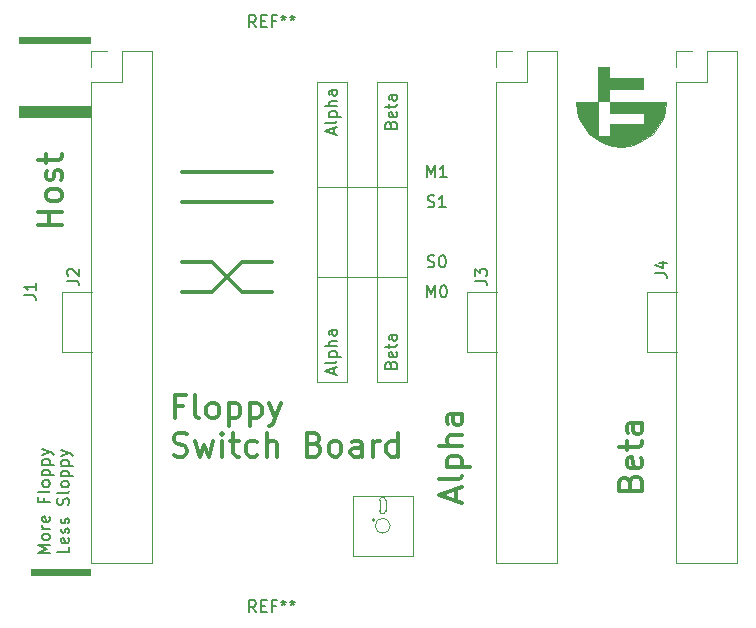
<source format=gbr>
G04 #@! TF.GenerationSoftware,KiCad,Pcbnew,6.0.7-f9a2dced07~116~ubuntu20.04.1*
G04 #@! TF.CreationDate,2022-09-08T22:16:36-07:00*
G04 #@! TF.ProjectId,morefloppy_panel,6d6f7265-666c-46f7-9070-795f70616e65,rev?*
G04 #@! TF.SameCoordinates,Original*
G04 #@! TF.FileFunction,Legend,Top*
G04 #@! TF.FilePolarity,Positive*
%FSLAX46Y46*%
G04 Gerber Fmt 4.6, Leading zero omitted, Abs format (unit mm)*
G04 Created by KiCad (PCBNEW 6.0.7-f9a2dced07~116~ubuntu20.04.1) date 2022-09-08 22:16:36*
%MOMM*%
%LPD*%
G01*
G04 APERTURE LIST*
%ADD10C,0.300000*%
%ADD11C,0.120000*%
%ADD12C,0.010000*%
%ADD13C,0.150000*%
%ADD14C,0.350000*%
%ADD15C,0.100000*%
G04 APERTURE END LIST*
D10*
X138430000Y-110490000D02*
X146050000Y-110490000D01*
X138430000Y-113030000D02*
X146050000Y-113030000D01*
X140970000Y-120650000D02*
X143510000Y-118110000D01*
X140970000Y-118110000D02*
X143510000Y-120650000D01*
X138430000Y-120650000D02*
X140970000Y-120650000D01*
X143510000Y-120650000D02*
X146050000Y-120650000D01*
X143510000Y-118110000D02*
X146050000Y-118110000D01*
X138430000Y-118110000D02*
X140970000Y-118110000D01*
D11*
X152400000Y-128270000D02*
X152400000Y-102870000D01*
X157480000Y-128270000D02*
X157480000Y-102870000D01*
D12*
G36*
X174625000Y-102544300D02*
G01*
X177507100Y-102544300D01*
X177507100Y-103505000D01*
X174625000Y-103505000D01*
X174625000Y-104465700D01*
X173664300Y-104465700D01*
X173664300Y-101583600D01*
X174625000Y-101583600D01*
X174625000Y-102544300D01*
G37*
X174625000Y-102544300D02*
X177507100Y-102544300D01*
X177507100Y-103505000D01*
X174625000Y-103505000D01*
X174625000Y-104465700D01*
X173664300Y-104465700D01*
X173664300Y-101583600D01*
X174625000Y-101583600D01*
X174625000Y-102544300D01*
G36*
X173694786Y-107435500D02*
G01*
X174655486Y-107435500D01*
X174655486Y-106474800D01*
X177537586Y-106474800D01*
X177537586Y-105514100D01*
X174655486Y-105514100D01*
X174655486Y-104553400D01*
X179451016Y-104553400D01*
X179372690Y-105325703D01*
X179149011Y-106044978D01*
X178327202Y-107262873D01*
X177108808Y-108083942D01*
X176389397Y-108307183D01*
X175617046Y-108385040D01*
X174844681Y-108307199D01*
X174125255Y-108083967D01*
X172906832Y-107262905D01*
X172085000Y-106045000D01*
X171861315Y-105325715D01*
X171782986Y-104553400D01*
X173694786Y-104553400D01*
X173694786Y-107435500D01*
G37*
X173694786Y-107435500D02*
X174655486Y-107435500D01*
X174655486Y-106474800D01*
X177537586Y-106474800D01*
X177537586Y-105514100D01*
X174655486Y-105514100D01*
X174655486Y-104553400D01*
X179451016Y-104553400D01*
X179372690Y-105325703D01*
X179149011Y-106044978D01*
X178327202Y-107262873D01*
X177108808Y-108083942D01*
X176389397Y-108307183D01*
X175617046Y-108385040D01*
X174844681Y-108307199D01*
X174125255Y-108083967D01*
X172906832Y-107262905D01*
X172085000Y-106045000D01*
X171861315Y-105325715D01*
X171782986Y-104553400D01*
X173694786Y-104553400D01*
X173694786Y-107435500D01*
D11*
X157988000Y-137922000D02*
X152908000Y-137922000D01*
X155702000Y-139192000D02*
X155702000Y-138303000D01*
X155194000Y-139192000D02*
X155194000Y-138303000D01*
X154940000Y-102870000D02*
X157480000Y-102870000D01*
X155194000Y-139192000D02*
G75*
G03*
X155702000Y-139192000I254000J0D01*
G01*
X149860000Y-111760000D02*
X157480000Y-111760000D01*
X152908000Y-143002000D02*
X157988000Y-143002000D01*
X152908000Y-137922000D02*
X152908000Y-143002000D01*
X149860000Y-128270000D02*
X152400000Y-128270000D01*
X154940000Y-128270000D02*
X157480000Y-128270000D01*
X155702000Y-138303000D02*
G75*
G03*
X155194000Y-138303000I-254000J0D01*
G01*
X157988000Y-143002000D02*
X157988000Y-137922000D01*
X154813000Y-139954000D02*
G75*
G03*
X154813000Y-139954000I-127000J0D01*
G01*
X149860000Y-119380000D02*
X157480000Y-119380000D01*
X149860000Y-102870000D02*
X152400000Y-102870000D01*
X154940000Y-102870000D02*
X154940000Y-128270000D01*
X149860000Y-102870000D02*
X149860000Y-128270000D01*
X156083000Y-140462000D02*
G75*
G03*
X156083000Y-140462000I-635000J0D01*
G01*
D10*
X161623333Y-138334285D02*
X161623333Y-137381904D01*
X162194761Y-138524761D02*
X160194761Y-137858095D01*
X162194761Y-137191428D01*
X162194761Y-136239047D02*
X162099523Y-136429523D01*
X161909047Y-136524761D01*
X160194761Y-136524761D01*
X160861428Y-135477142D02*
X162861428Y-135477142D01*
X160956666Y-135477142D02*
X160861428Y-135286666D01*
X160861428Y-134905714D01*
X160956666Y-134715238D01*
X161051904Y-134620000D01*
X161242380Y-134524761D01*
X161813809Y-134524761D01*
X162004285Y-134620000D01*
X162099523Y-134715238D01*
X162194761Y-134905714D01*
X162194761Y-135286666D01*
X162099523Y-135477142D01*
X162194761Y-133667619D02*
X160194761Y-133667619D01*
X162194761Y-132810476D02*
X161147142Y-132810476D01*
X160956666Y-132905714D01*
X160861428Y-133096190D01*
X160861428Y-133381904D01*
X160956666Y-133572380D01*
X161051904Y-133667619D01*
X162194761Y-131000952D02*
X161147142Y-131000952D01*
X160956666Y-131096190D01*
X160861428Y-131286666D01*
X160861428Y-131667619D01*
X160956666Y-131858095D01*
X162099523Y-131000952D02*
X162194761Y-131191428D01*
X162194761Y-131667619D01*
X162099523Y-131858095D01*
X161909047Y-131953333D01*
X161718571Y-131953333D01*
X161528095Y-131858095D01*
X161432857Y-131667619D01*
X161432857Y-131191428D01*
X161337619Y-131000952D01*
D13*
X156138571Y-126825238D02*
X156186190Y-126682380D01*
X156233809Y-126634761D01*
X156329047Y-126587142D01*
X156471904Y-126587142D01*
X156567142Y-126634761D01*
X156614761Y-126682380D01*
X156662380Y-126777619D01*
X156662380Y-127158571D01*
X155662380Y-127158571D01*
X155662380Y-126825238D01*
X155710000Y-126730000D01*
X155757619Y-126682380D01*
X155852857Y-126634761D01*
X155948095Y-126634761D01*
X156043333Y-126682380D01*
X156090952Y-126730000D01*
X156138571Y-126825238D01*
X156138571Y-127158571D01*
X156614761Y-125777619D02*
X156662380Y-125872857D01*
X156662380Y-126063333D01*
X156614761Y-126158571D01*
X156519523Y-126206190D01*
X156138571Y-126206190D01*
X156043333Y-126158571D01*
X155995714Y-126063333D01*
X155995714Y-125872857D01*
X156043333Y-125777619D01*
X156138571Y-125730000D01*
X156233809Y-125730000D01*
X156329047Y-126206190D01*
X155995714Y-125444285D02*
X155995714Y-125063333D01*
X155662380Y-125301428D02*
X156519523Y-125301428D01*
X156614761Y-125253809D01*
X156662380Y-125158571D01*
X156662380Y-125063333D01*
X156662380Y-124301428D02*
X156138571Y-124301428D01*
X156043333Y-124349047D01*
X155995714Y-124444285D01*
X155995714Y-124634761D01*
X156043333Y-124730000D01*
X156614761Y-124301428D02*
X156662380Y-124396666D01*
X156662380Y-124634761D01*
X156614761Y-124730000D01*
X156519523Y-124777619D01*
X156424285Y-124777619D01*
X156329047Y-124730000D01*
X156281428Y-124634761D01*
X156281428Y-124396666D01*
X156233809Y-124301428D01*
X151296666Y-127587142D02*
X151296666Y-127110952D01*
X151582380Y-127682380D02*
X150582380Y-127349047D01*
X151582380Y-127015714D01*
X151582380Y-126539523D02*
X151534761Y-126634761D01*
X151439523Y-126682380D01*
X150582380Y-126682380D01*
X150915714Y-126158571D02*
X151915714Y-126158571D01*
X150963333Y-126158571D02*
X150915714Y-126063333D01*
X150915714Y-125872857D01*
X150963333Y-125777619D01*
X151010952Y-125730000D01*
X151106190Y-125682380D01*
X151391904Y-125682380D01*
X151487142Y-125730000D01*
X151534761Y-125777619D01*
X151582380Y-125872857D01*
X151582380Y-126063333D01*
X151534761Y-126158571D01*
X151582380Y-125253809D02*
X150582380Y-125253809D01*
X151582380Y-124825238D02*
X151058571Y-124825238D01*
X150963333Y-124872857D01*
X150915714Y-124968095D01*
X150915714Y-125110952D01*
X150963333Y-125206190D01*
X151010952Y-125253809D01*
X151582380Y-123920476D02*
X151058571Y-123920476D01*
X150963333Y-123968095D01*
X150915714Y-124063333D01*
X150915714Y-124253809D01*
X150963333Y-124349047D01*
X151534761Y-123920476D02*
X151582380Y-124015714D01*
X151582380Y-124253809D01*
X151534761Y-124349047D01*
X151439523Y-124396666D01*
X151344285Y-124396666D01*
X151249047Y-124349047D01*
X151201428Y-124253809D01*
X151201428Y-124015714D01*
X151153809Y-123920476D01*
X151296666Y-107267142D02*
X151296666Y-106790952D01*
X151582380Y-107362380D02*
X150582380Y-107029047D01*
X151582380Y-106695714D01*
X151582380Y-106219523D02*
X151534761Y-106314761D01*
X151439523Y-106362380D01*
X150582380Y-106362380D01*
X150915714Y-105838571D02*
X151915714Y-105838571D01*
X150963333Y-105838571D02*
X150915714Y-105743333D01*
X150915714Y-105552857D01*
X150963333Y-105457619D01*
X151010952Y-105410000D01*
X151106190Y-105362380D01*
X151391904Y-105362380D01*
X151487142Y-105410000D01*
X151534761Y-105457619D01*
X151582380Y-105552857D01*
X151582380Y-105743333D01*
X151534761Y-105838571D01*
X151582380Y-104933809D02*
X150582380Y-104933809D01*
X151582380Y-104505238D02*
X151058571Y-104505238D01*
X150963333Y-104552857D01*
X150915714Y-104648095D01*
X150915714Y-104790952D01*
X150963333Y-104886190D01*
X151010952Y-104933809D01*
X151582380Y-103600476D02*
X151058571Y-103600476D01*
X150963333Y-103648095D01*
X150915714Y-103743333D01*
X150915714Y-103933809D01*
X150963333Y-104029047D01*
X151534761Y-103600476D02*
X151582380Y-103695714D01*
X151582380Y-103933809D01*
X151534761Y-104029047D01*
X151439523Y-104076666D01*
X151344285Y-104076666D01*
X151249047Y-104029047D01*
X151201428Y-103933809D01*
X151201428Y-103695714D01*
X151153809Y-103600476D01*
D10*
X128285761Y-114998142D02*
X126285761Y-114998142D01*
X127238142Y-114998142D02*
X127238142Y-113855285D01*
X128285761Y-113855285D02*
X126285761Y-113855285D01*
X128285761Y-112617190D02*
X128190523Y-112807666D01*
X128095285Y-112902904D01*
X127904809Y-112998142D01*
X127333380Y-112998142D01*
X127142904Y-112902904D01*
X127047666Y-112807666D01*
X126952428Y-112617190D01*
X126952428Y-112331476D01*
X127047666Y-112141000D01*
X127142904Y-112045761D01*
X127333380Y-111950523D01*
X127904809Y-111950523D01*
X128095285Y-112045761D01*
X128190523Y-112141000D01*
X128285761Y-112331476D01*
X128285761Y-112617190D01*
X128190523Y-111188619D02*
X128285761Y-110998142D01*
X128285761Y-110617190D01*
X128190523Y-110426714D01*
X128000047Y-110331476D01*
X127904809Y-110331476D01*
X127714333Y-110426714D01*
X127619095Y-110617190D01*
X127619095Y-110902904D01*
X127523857Y-111093380D01*
X127333380Y-111188619D01*
X127238142Y-111188619D01*
X127047666Y-111093380D01*
X126952428Y-110902904D01*
X126952428Y-110617190D01*
X127047666Y-110426714D01*
X126952428Y-109760047D02*
X126952428Y-108998142D01*
X126285761Y-109474333D02*
X128000047Y-109474333D01*
X128190523Y-109379095D01*
X128285761Y-109188619D01*
X128285761Y-108998142D01*
X176387142Y-136810476D02*
X176482380Y-136524761D01*
X176577619Y-136429523D01*
X176768095Y-136334285D01*
X177053809Y-136334285D01*
X177244285Y-136429523D01*
X177339523Y-136524761D01*
X177434761Y-136715238D01*
X177434761Y-137477142D01*
X175434761Y-137477142D01*
X175434761Y-136810476D01*
X175530000Y-136620000D01*
X175625238Y-136524761D01*
X175815714Y-136429523D01*
X176006190Y-136429523D01*
X176196666Y-136524761D01*
X176291904Y-136620000D01*
X176387142Y-136810476D01*
X176387142Y-137477142D01*
X177339523Y-134715238D02*
X177434761Y-134905714D01*
X177434761Y-135286666D01*
X177339523Y-135477142D01*
X177149047Y-135572380D01*
X176387142Y-135572380D01*
X176196666Y-135477142D01*
X176101428Y-135286666D01*
X176101428Y-134905714D01*
X176196666Y-134715238D01*
X176387142Y-134620000D01*
X176577619Y-134620000D01*
X176768095Y-135572380D01*
X176101428Y-134048571D02*
X176101428Y-133286666D01*
X175434761Y-133762857D02*
X177149047Y-133762857D01*
X177339523Y-133667619D01*
X177434761Y-133477142D01*
X177434761Y-133286666D01*
X177434761Y-131762857D02*
X176387142Y-131762857D01*
X176196666Y-131858095D01*
X176101428Y-132048571D01*
X176101428Y-132429523D01*
X176196666Y-132620000D01*
X177339523Y-131762857D02*
X177434761Y-131953333D01*
X177434761Y-132429523D01*
X177339523Y-132620000D01*
X177149047Y-132715238D01*
X176958571Y-132715238D01*
X176768095Y-132620000D01*
X176672857Y-132429523D01*
X176672857Y-131953333D01*
X176577619Y-131762857D01*
D14*
X138530357Y-130327142D02*
X137863690Y-130327142D01*
X137863690Y-131374761D02*
X137863690Y-129374761D01*
X138816071Y-129374761D01*
X139863690Y-131374761D02*
X139673214Y-131279523D01*
X139577976Y-131089047D01*
X139577976Y-129374761D01*
X140911309Y-131374761D02*
X140720833Y-131279523D01*
X140625595Y-131184285D01*
X140530357Y-130993809D01*
X140530357Y-130422380D01*
X140625595Y-130231904D01*
X140720833Y-130136666D01*
X140911309Y-130041428D01*
X141197023Y-130041428D01*
X141387500Y-130136666D01*
X141482738Y-130231904D01*
X141577976Y-130422380D01*
X141577976Y-130993809D01*
X141482738Y-131184285D01*
X141387500Y-131279523D01*
X141197023Y-131374761D01*
X140911309Y-131374761D01*
X142435119Y-130041428D02*
X142435119Y-132041428D01*
X142435119Y-130136666D02*
X142625595Y-130041428D01*
X143006547Y-130041428D01*
X143197023Y-130136666D01*
X143292261Y-130231904D01*
X143387500Y-130422380D01*
X143387500Y-130993809D01*
X143292261Y-131184285D01*
X143197023Y-131279523D01*
X143006547Y-131374761D01*
X142625595Y-131374761D01*
X142435119Y-131279523D01*
X144244642Y-130041428D02*
X144244642Y-132041428D01*
X144244642Y-130136666D02*
X144435119Y-130041428D01*
X144816071Y-130041428D01*
X145006547Y-130136666D01*
X145101785Y-130231904D01*
X145197023Y-130422380D01*
X145197023Y-130993809D01*
X145101785Y-131184285D01*
X145006547Y-131279523D01*
X144816071Y-131374761D01*
X144435119Y-131374761D01*
X144244642Y-131279523D01*
X145863690Y-130041428D02*
X146339880Y-131374761D01*
X146816071Y-130041428D02*
X146339880Y-131374761D01*
X146149404Y-131850952D01*
X146054166Y-131946190D01*
X145863690Y-132041428D01*
X137768452Y-134499523D02*
X138054166Y-134594761D01*
X138530357Y-134594761D01*
X138720833Y-134499523D01*
X138816071Y-134404285D01*
X138911309Y-134213809D01*
X138911309Y-134023333D01*
X138816071Y-133832857D01*
X138720833Y-133737619D01*
X138530357Y-133642380D01*
X138149404Y-133547142D01*
X137958928Y-133451904D01*
X137863690Y-133356666D01*
X137768452Y-133166190D01*
X137768452Y-132975714D01*
X137863690Y-132785238D01*
X137958928Y-132690000D01*
X138149404Y-132594761D01*
X138625595Y-132594761D01*
X138911309Y-132690000D01*
X139577976Y-133261428D02*
X139958928Y-134594761D01*
X140339880Y-133642380D01*
X140720833Y-134594761D01*
X141101785Y-133261428D01*
X141863690Y-134594761D02*
X141863690Y-133261428D01*
X141863690Y-132594761D02*
X141768452Y-132690000D01*
X141863690Y-132785238D01*
X141958928Y-132690000D01*
X141863690Y-132594761D01*
X141863690Y-132785238D01*
X142530357Y-133261428D02*
X143292261Y-133261428D01*
X142816071Y-132594761D02*
X142816071Y-134309047D01*
X142911309Y-134499523D01*
X143101785Y-134594761D01*
X143292261Y-134594761D01*
X144816071Y-134499523D02*
X144625595Y-134594761D01*
X144244642Y-134594761D01*
X144054166Y-134499523D01*
X143958928Y-134404285D01*
X143863690Y-134213809D01*
X143863690Y-133642380D01*
X143958928Y-133451904D01*
X144054166Y-133356666D01*
X144244642Y-133261428D01*
X144625595Y-133261428D01*
X144816071Y-133356666D01*
X145673214Y-134594761D02*
X145673214Y-132594761D01*
X146530357Y-134594761D02*
X146530357Y-133547142D01*
X146435119Y-133356666D01*
X146244642Y-133261428D01*
X145958928Y-133261428D01*
X145768452Y-133356666D01*
X145673214Y-133451904D01*
X149673214Y-133547142D02*
X149958928Y-133642380D01*
X150054166Y-133737619D01*
X150149404Y-133928095D01*
X150149404Y-134213809D01*
X150054166Y-134404285D01*
X149958928Y-134499523D01*
X149768452Y-134594761D01*
X149006547Y-134594761D01*
X149006547Y-132594761D01*
X149673214Y-132594761D01*
X149863690Y-132690000D01*
X149958928Y-132785238D01*
X150054166Y-132975714D01*
X150054166Y-133166190D01*
X149958928Y-133356666D01*
X149863690Y-133451904D01*
X149673214Y-133547142D01*
X149006547Y-133547142D01*
X151292261Y-134594761D02*
X151101785Y-134499523D01*
X151006547Y-134404285D01*
X150911309Y-134213809D01*
X150911309Y-133642380D01*
X151006547Y-133451904D01*
X151101785Y-133356666D01*
X151292261Y-133261428D01*
X151577976Y-133261428D01*
X151768452Y-133356666D01*
X151863690Y-133451904D01*
X151958928Y-133642380D01*
X151958928Y-134213809D01*
X151863690Y-134404285D01*
X151768452Y-134499523D01*
X151577976Y-134594761D01*
X151292261Y-134594761D01*
X153673214Y-134594761D02*
X153673214Y-133547142D01*
X153577976Y-133356666D01*
X153387500Y-133261428D01*
X153006547Y-133261428D01*
X152816071Y-133356666D01*
X153673214Y-134499523D02*
X153482738Y-134594761D01*
X153006547Y-134594761D01*
X152816071Y-134499523D01*
X152720833Y-134309047D01*
X152720833Y-134118571D01*
X152816071Y-133928095D01*
X153006547Y-133832857D01*
X153482738Y-133832857D01*
X153673214Y-133737619D01*
X154625595Y-134594761D02*
X154625595Y-133261428D01*
X154625595Y-133642380D02*
X154720833Y-133451904D01*
X154816071Y-133356666D01*
X155006547Y-133261428D01*
X155197023Y-133261428D01*
X156720833Y-134594761D02*
X156720833Y-132594761D01*
X156720833Y-134499523D02*
X156530357Y-134594761D01*
X156149404Y-134594761D01*
X155958928Y-134499523D01*
X155863690Y-134404285D01*
X155768452Y-134213809D01*
X155768452Y-133642380D01*
X155863690Y-133451904D01*
X155958928Y-133356666D01*
X156149404Y-133261428D01*
X156530357Y-133261428D01*
X156720833Y-133356666D01*
D13*
X127282380Y-142763333D02*
X126282380Y-142763333D01*
X126996666Y-142430000D01*
X126282380Y-142096666D01*
X127282380Y-142096666D01*
X127282380Y-141477619D02*
X127234761Y-141572857D01*
X127187142Y-141620476D01*
X127091904Y-141668095D01*
X126806190Y-141668095D01*
X126710952Y-141620476D01*
X126663333Y-141572857D01*
X126615714Y-141477619D01*
X126615714Y-141334761D01*
X126663333Y-141239523D01*
X126710952Y-141191904D01*
X126806190Y-141144285D01*
X127091904Y-141144285D01*
X127187142Y-141191904D01*
X127234761Y-141239523D01*
X127282380Y-141334761D01*
X127282380Y-141477619D01*
X127282380Y-140715714D02*
X126615714Y-140715714D01*
X126806190Y-140715714D02*
X126710952Y-140668095D01*
X126663333Y-140620476D01*
X126615714Y-140525238D01*
X126615714Y-140430000D01*
X127234761Y-139715714D02*
X127282380Y-139810952D01*
X127282380Y-140001428D01*
X127234761Y-140096666D01*
X127139523Y-140144285D01*
X126758571Y-140144285D01*
X126663333Y-140096666D01*
X126615714Y-140001428D01*
X126615714Y-139810952D01*
X126663333Y-139715714D01*
X126758571Y-139668095D01*
X126853809Y-139668095D01*
X126949047Y-140144285D01*
X126758571Y-138144285D02*
X126758571Y-138477619D01*
X127282380Y-138477619D02*
X126282380Y-138477619D01*
X126282380Y-138001428D01*
X127282380Y-137477619D02*
X127234761Y-137572857D01*
X127139523Y-137620476D01*
X126282380Y-137620476D01*
X127282380Y-136953809D02*
X127234761Y-137049047D01*
X127187142Y-137096666D01*
X127091904Y-137144285D01*
X126806190Y-137144285D01*
X126710952Y-137096666D01*
X126663333Y-137049047D01*
X126615714Y-136953809D01*
X126615714Y-136810952D01*
X126663333Y-136715714D01*
X126710952Y-136668095D01*
X126806190Y-136620476D01*
X127091904Y-136620476D01*
X127187142Y-136668095D01*
X127234761Y-136715714D01*
X127282380Y-136810952D01*
X127282380Y-136953809D01*
X126615714Y-136191904D02*
X127615714Y-136191904D01*
X126663333Y-136191904D02*
X126615714Y-136096666D01*
X126615714Y-135906190D01*
X126663333Y-135810952D01*
X126710952Y-135763333D01*
X126806190Y-135715714D01*
X127091904Y-135715714D01*
X127187142Y-135763333D01*
X127234761Y-135810952D01*
X127282380Y-135906190D01*
X127282380Y-136096666D01*
X127234761Y-136191904D01*
X126615714Y-135287142D02*
X127615714Y-135287142D01*
X126663333Y-135287142D02*
X126615714Y-135191904D01*
X126615714Y-135001428D01*
X126663333Y-134906190D01*
X126710952Y-134858571D01*
X126806190Y-134810952D01*
X127091904Y-134810952D01*
X127187142Y-134858571D01*
X127234761Y-134906190D01*
X127282380Y-135001428D01*
X127282380Y-135191904D01*
X127234761Y-135287142D01*
X126615714Y-134477619D02*
X127282380Y-134239523D01*
X126615714Y-134001428D02*
X127282380Y-134239523D01*
X127520476Y-134334761D01*
X127568095Y-134382380D01*
X127615714Y-134477619D01*
X128892380Y-142215714D02*
X128892380Y-142691904D01*
X127892380Y-142691904D01*
X128844761Y-141501428D02*
X128892380Y-141596666D01*
X128892380Y-141787142D01*
X128844761Y-141882380D01*
X128749523Y-141930000D01*
X128368571Y-141930000D01*
X128273333Y-141882380D01*
X128225714Y-141787142D01*
X128225714Y-141596666D01*
X128273333Y-141501428D01*
X128368571Y-141453809D01*
X128463809Y-141453809D01*
X128559047Y-141930000D01*
X128844761Y-141072857D02*
X128892380Y-140977619D01*
X128892380Y-140787142D01*
X128844761Y-140691904D01*
X128749523Y-140644285D01*
X128701904Y-140644285D01*
X128606666Y-140691904D01*
X128559047Y-140787142D01*
X128559047Y-140930000D01*
X128511428Y-141025238D01*
X128416190Y-141072857D01*
X128368571Y-141072857D01*
X128273333Y-141025238D01*
X128225714Y-140930000D01*
X128225714Y-140787142D01*
X128273333Y-140691904D01*
X128844761Y-140263333D02*
X128892380Y-140168095D01*
X128892380Y-139977619D01*
X128844761Y-139882380D01*
X128749523Y-139834761D01*
X128701904Y-139834761D01*
X128606666Y-139882380D01*
X128559047Y-139977619D01*
X128559047Y-140120476D01*
X128511428Y-140215714D01*
X128416190Y-140263333D01*
X128368571Y-140263333D01*
X128273333Y-140215714D01*
X128225714Y-140120476D01*
X128225714Y-139977619D01*
X128273333Y-139882380D01*
X128844761Y-138691904D02*
X128892380Y-138549047D01*
X128892380Y-138310952D01*
X128844761Y-138215714D01*
X128797142Y-138168095D01*
X128701904Y-138120476D01*
X128606666Y-138120476D01*
X128511428Y-138168095D01*
X128463809Y-138215714D01*
X128416190Y-138310952D01*
X128368571Y-138501428D01*
X128320952Y-138596666D01*
X128273333Y-138644285D01*
X128178095Y-138691904D01*
X128082857Y-138691904D01*
X127987619Y-138644285D01*
X127940000Y-138596666D01*
X127892380Y-138501428D01*
X127892380Y-138263333D01*
X127940000Y-138120476D01*
X128892380Y-137549047D02*
X128844761Y-137644285D01*
X128749523Y-137691904D01*
X127892380Y-137691904D01*
X128892380Y-137025238D02*
X128844761Y-137120476D01*
X128797142Y-137168095D01*
X128701904Y-137215714D01*
X128416190Y-137215714D01*
X128320952Y-137168095D01*
X128273333Y-137120476D01*
X128225714Y-137025238D01*
X128225714Y-136882380D01*
X128273333Y-136787142D01*
X128320952Y-136739523D01*
X128416190Y-136691904D01*
X128701904Y-136691904D01*
X128797142Y-136739523D01*
X128844761Y-136787142D01*
X128892380Y-136882380D01*
X128892380Y-137025238D01*
X128225714Y-136263333D02*
X129225714Y-136263333D01*
X128273333Y-136263333D02*
X128225714Y-136168095D01*
X128225714Y-135977619D01*
X128273333Y-135882380D01*
X128320952Y-135834761D01*
X128416190Y-135787142D01*
X128701904Y-135787142D01*
X128797142Y-135834761D01*
X128844761Y-135882380D01*
X128892380Y-135977619D01*
X128892380Y-136168095D01*
X128844761Y-136263333D01*
X128225714Y-135358571D02*
X129225714Y-135358571D01*
X128273333Y-135358571D02*
X128225714Y-135263333D01*
X128225714Y-135072857D01*
X128273333Y-134977619D01*
X128320952Y-134930000D01*
X128416190Y-134882380D01*
X128701904Y-134882380D01*
X128797142Y-134930000D01*
X128844761Y-134977619D01*
X128892380Y-135072857D01*
X128892380Y-135263333D01*
X128844761Y-135358571D01*
X128225714Y-134549047D02*
X128892380Y-134310952D01*
X128225714Y-134072857D02*
X128892380Y-134310952D01*
X129130476Y-134406190D01*
X129178095Y-134453809D01*
X129225714Y-134549047D01*
X156138571Y-106505238D02*
X156186190Y-106362380D01*
X156233809Y-106314761D01*
X156329047Y-106267142D01*
X156471904Y-106267142D01*
X156567142Y-106314761D01*
X156614761Y-106362380D01*
X156662380Y-106457619D01*
X156662380Y-106838571D01*
X155662380Y-106838571D01*
X155662380Y-106505238D01*
X155710000Y-106410000D01*
X155757619Y-106362380D01*
X155852857Y-106314761D01*
X155948095Y-106314761D01*
X156043333Y-106362380D01*
X156090952Y-106410000D01*
X156138571Y-106505238D01*
X156138571Y-106838571D01*
X156614761Y-105457619D02*
X156662380Y-105552857D01*
X156662380Y-105743333D01*
X156614761Y-105838571D01*
X156519523Y-105886190D01*
X156138571Y-105886190D01*
X156043333Y-105838571D01*
X155995714Y-105743333D01*
X155995714Y-105552857D01*
X156043333Y-105457619D01*
X156138571Y-105410000D01*
X156233809Y-105410000D01*
X156329047Y-105886190D01*
X155995714Y-105124285D02*
X155995714Y-104743333D01*
X155662380Y-104981428D02*
X156519523Y-104981428D01*
X156614761Y-104933809D01*
X156662380Y-104838571D01*
X156662380Y-104743333D01*
X156662380Y-103981428D02*
X156138571Y-103981428D01*
X156043333Y-104029047D01*
X155995714Y-104124285D01*
X155995714Y-104314761D01*
X156043333Y-104410000D01*
X156614761Y-103981428D02*
X156662380Y-104076666D01*
X156662380Y-104314761D01*
X156614761Y-104410000D01*
X156519523Y-104457619D01*
X156424285Y-104457619D01*
X156329047Y-104410000D01*
X156281428Y-104314761D01*
X156281428Y-104076666D01*
X156233809Y-103981428D01*
X159210476Y-121102380D02*
X159210476Y-120102380D01*
X159543809Y-120816666D01*
X159877142Y-120102380D01*
X159877142Y-121102380D01*
X160543809Y-120102380D02*
X160639047Y-120102380D01*
X160734285Y-120150000D01*
X160781904Y-120197619D01*
X160829523Y-120292857D01*
X160877142Y-120483333D01*
X160877142Y-120721428D01*
X160829523Y-120911904D01*
X160781904Y-121007142D01*
X160734285Y-121054761D01*
X160639047Y-121102380D01*
X160543809Y-121102380D01*
X160448571Y-121054761D01*
X160400952Y-121007142D01*
X160353333Y-120911904D01*
X160305714Y-120721428D01*
X160305714Y-120483333D01*
X160353333Y-120292857D01*
X160400952Y-120197619D01*
X160448571Y-120150000D01*
X160543809Y-120102380D01*
X159258095Y-118514761D02*
X159400952Y-118562380D01*
X159639047Y-118562380D01*
X159734285Y-118514761D01*
X159781904Y-118467142D01*
X159829523Y-118371904D01*
X159829523Y-118276666D01*
X159781904Y-118181428D01*
X159734285Y-118133809D01*
X159639047Y-118086190D01*
X159448571Y-118038571D01*
X159353333Y-117990952D01*
X159305714Y-117943333D01*
X159258095Y-117848095D01*
X159258095Y-117752857D01*
X159305714Y-117657619D01*
X159353333Y-117610000D01*
X159448571Y-117562380D01*
X159686666Y-117562380D01*
X159829523Y-117610000D01*
X160448571Y-117562380D02*
X160543809Y-117562380D01*
X160639047Y-117610000D01*
X160686666Y-117657619D01*
X160734285Y-117752857D01*
X160781904Y-117943333D01*
X160781904Y-118181428D01*
X160734285Y-118371904D01*
X160686666Y-118467142D01*
X160639047Y-118514761D01*
X160543809Y-118562380D01*
X160448571Y-118562380D01*
X160353333Y-118514761D01*
X160305714Y-118467142D01*
X160258095Y-118371904D01*
X160210476Y-118181428D01*
X160210476Y-117943333D01*
X160258095Y-117752857D01*
X160305714Y-117657619D01*
X160353333Y-117610000D01*
X160448571Y-117562380D01*
X159258095Y-113434761D02*
X159400952Y-113482380D01*
X159639047Y-113482380D01*
X159734285Y-113434761D01*
X159781904Y-113387142D01*
X159829523Y-113291904D01*
X159829523Y-113196666D01*
X159781904Y-113101428D01*
X159734285Y-113053809D01*
X159639047Y-113006190D01*
X159448571Y-112958571D01*
X159353333Y-112910952D01*
X159305714Y-112863333D01*
X159258095Y-112768095D01*
X159258095Y-112672857D01*
X159305714Y-112577619D01*
X159353333Y-112530000D01*
X159448571Y-112482380D01*
X159686666Y-112482380D01*
X159829523Y-112530000D01*
X160781904Y-113482380D02*
X160210476Y-113482380D01*
X160496190Y-113482380D02*
X160496190Y-112482380D01*
X160400952Y-112625238D01*
X160305714Y-112720476D01*
X160210476Y-112768095D01*
X159210476Y-110942380D02*
X159210476Y-109942380D01*
X159543809Y-110656666D01*
X159877142Y-109942380D01*
X159877142Y-110942380D01*
X160877142Y-110942380D02*
X160305714Y-110942380D01*
X160591428Y-110942380D02*
X160591428Y-109942380D01*
X160496190Y-110085238D01*
X160400952Y-110180476D01*
X160305714Y-110228095D01*
X125102380Y-120933333D02*
X125816666Y-120933333D01*
X125959523Y-120980952D01*
X126054761Y-121076190D01*
X126102380Y-121219047D01*
X126102380Y-121314285D01*
X126102380Y-119933333D02*
X126102380Y-120504761D01*
X126102380Y-120219047D02*
X125102380Y-120219047D01*
X125245238Y-120314285D01*
X125340476Y-120409523D01*
X125388095Y-120504761D01*
X128738380Y-119713333D02*
X129452666Y-119713333D01*
X129595523Y-119760952D01*
X129690761Y-119856190D01*
X129738380Y-119999047D01*
X129738380Y-120094285D01*
X128833619Y-119284761D02*
X128786000Y-119237142D01*
X128738380Y-119141904D01*
X128738380Y-118903809D01*
X128786000Y-118808571D01*
X128833619Y-118760952D01*
X128928857Y-118713333D01*
X129024095Y-118713333D01*
X129166952Y-118760952D01*
X129738380Y-119332380D01*
X129738380Y-118713333D01*
X178522380Y-119078333D02*
X179236666Y-119078333D01*
X179379523Y-119125952D01*
X179474761Y-119221190D01*
X179522380Y-119364047D01*
X179522380Y-119459285D01*
X178855714Y-118173571D02*
X179522380Y-118173571D01*
X178474761Y-118411666D02*
X179189047Y-118649761D01*
X179189047Y-118030714D01*
X163282380Y-119713333D02*
X163996666Y-119713333D01*
X164139523Y-119760952D01*
X164234761Y-119856190D01*
X164282380Y-119999047D01*
X164282380Y-120094285D01*
X163282380Y-119332380D02*
X163282380Y-118713333D01*
X163663333Y-119046666D01*
X163663333Y-118903809D01*
X163710952Y-118808571D01*
X163758571Y-118760952D01*
X163853809Y-118713333D01*
X164091904Y-118713333D01*
X164187142Y-118760952D01*
X164234761Y-118808571D01*
X164282380Y-118903809D01*
X164282380Y-119189523D01*
X164234761Y-119284761D01*
X164187142Y-119332380D01*
X144716666Y-98242380D02*
X144383333Y-97766190D01*
X144145238Y-98242380D02*
X144145238Y-97242380D01*
X144526190Y-97242380D01*
X144621428Y-97290000D01*
X144669047Y-97337619D01*
X144716666Y-97432857D01*
X144716666Y-97575714D01*
X144669047Y-97670952D01*
X144621428Y-97718571D01*
X144526190Y-97766190D01*
X144145238Y-97766190D01*
X145145238Y-97718571D02*
X145478571Y-97718571D01*
X145621428Y-98242380D02*
X145145238Y-98242380D01*
X145145238Y-97242380D01*
X145621428Y-97242380D01*
X146383333Y-97718571D02*
X146050000Y-97718571D01*
X146050000Y-98242380D02*
X146050000Y-97242380D01*
X146526190Y-97242380D01*
X147050000Y-97242380D02*
X147050000Y-97480476D01*
X146811904Y-97385238D02*
X147050000Y-97480476D01*
X147288095Y-97385238D01*
X146907142Y-97670952D02*
X147050000Y-97480476D01*
X147192857Y-97670952D01*
X147811904Y-97242380D02*
X147811904Y-97480476D01*
X147573809Y-97385238D02*
X147811904Y-97480476D01*
X148050000Y-97385238D01*
X147669047Y-97670952D02*
X147811904Y-97480476D01*
X147954761Y-97670952D01*
X144716666Y-147772380D02*
X144383333Y-147296190D01*
X144145238Y-147772380D02*
X144145238Y-146772380D01*
X144526190Y-146772380D01*
X144621428Y-146820000D01*
X144669047Y-146867619D01*
X144716666Y-146962857D01*
X144716666Y-147105714D01*
X144669047Y-147200952D01*
X144621428Y-147248571D01*
X144526190Y-147296190D01*
X144145238Y-147296190D01*
X145145238Y-147248571D02*
X145478571Y-147248571D01*
X145621428Y-147772380D02*
X145145238Y-147772380D01*
X145145238Y-146772380D01*
X145621428Y-146772380D01*
X146383333Y-147248571D02*
X146050000Y-147248571D01*
X146050000Y-147772380D02*
X146050000Y-146772380D01*
X146526190Y-146772380D01*
X147050000Y-146772380D02*
X147050000Y-147010476D01*
X146811904Y-146915238D02*
X147050000Y-147010476D01*
X147288095Y-146915238D01*
X146907142Y-147200952D02*
X147050000Y-147010476D01*
X147192857Y-147200952D01*
X147811904Y-146772380D02*
X147811904Y-147010476D01*
X147573809Y-146915238D02*
X147811904Y-147010476D01*
X148050000Y-146915238D01*
X147669047Y-147200952D02*
X147811904Y-147010476D01*
X147954761Y-147200952D01*
G36*
X130650000Y-105816400D02*
G01*
X124650000Y-105816400D01*
X124650000Y-104952800D01*
X130650000Y-104952800D01*
X130650000Y-105816400D01*
G37*
D15*
X130650000Y-105816400D02*
X124650000Y-105816400D01*
X124650000Y-104952800D01*
X130650000Y-104952800D01*
X130650000Y-105816400D01*
G36*
X130650000Y-99600000D02*
G01*
X124650000Y-99600000D01*
X124650000Y-99100000D01*
X130650000Y-99100000D01*
X130650000Y-99600000D01*
G37*
X130650000Y-99600000D02*
X124650000Y-99600000D01*
X124650000Y-99100000D01*
X130650000Y-99100000D01*
X130650000Y-99600000D01*
G36*
X130650000Y-144600000D02*
G01*
X125650000Y-144600000D01*
X125650000Y-144100000D01*
X130650000Y-144100000D01*
X130650000Y-144600000D01*
G37*
X130650000Y-144600000D02*
X125650000Y-144600000D01*
X125650000Y-144100000D01*
X130650000Y-144100000D01*
X130650000Y-144600000D01*
D11*
X128270000Y-125730000D02*
X130810000Y-125730000D01*
X135950000Y-100270000D02*
X135950000Y-143570000D01*
X130810000Y-120650000D02*
X128270000Y-120650000D01*
X130750000Y-101600000D02*
X130750000Y-100270000D01*
X133350000Y-102870000D02*
X133350000Y-100270000D01*
X130750000Y-100270000D02*
X132080000Y-100270000D01*
X128270000Y-120650000D02*
X128270000Y-125730000D01*
X130750000Y-102870000D02*
X130750000Y-143570000D01*
X133350000Y-100270000D02*
X135950000Y-100270000D01*
X130750000Y-102870000D02*
X133350000Y-102870000D01*
X130750000Y-143570000D02*
X135950000Y-143570000D01*
X177800000Y-120650000D02*
X177800000Y-125730000D01*
X180280000Y-100270000D02*
X181610000Y-100270000D01*
X180280000Y-101600000D02*
X180280000Y-100270000D01*
X177800000Y-125730000D02*
X180340000Y-125730000D01*
X182880000Y-100270000D02*
X185480000Y-100270000D01*
X185480000Y-100270000D02*
X185480000Y-143570000D01*
X180280000Y-143570000D02*
X185480000Y-143570000D01*
X180280000Y-102870000D02*
X180280000Y-143570000D01*
X182880000Y-102870000D02*
X182880000Y-100270000D01*
X180340000Y-120650000D02*
X177800000Y-120650000D01*
X180280000Y-102870000D02*
X182880000Y-102870000D01*
X165040000Y-143570000D02*
X170240000Y-143570000D01*
X165040000Y-101600000D02*
X165040000Y-100270000D01*
X162560000Y-120650000D02*
X162560000Y-125730000D01*
X165100000Y-120650000D02*
X162560000Y-120650000D01*
X170240000Y-100270000D02*
X170240000Y-143570000D01*
X167640000Y-102870000D02*
X167640000Y-100270000D01*
X165040000Y-100270000D02*
X166370000Y-100270000D01*
X167640000Y-100270000D02*
X170240000Y-100270000D01*
X165040000Y-102870000D02*
X165040000Y-143570000D01*
X162560000Y-125730000D02*
X165100000Y-125730000D01*
X165040000Y-102870000D02*
X167640000Y-102870000D01*
M02*

</source>
